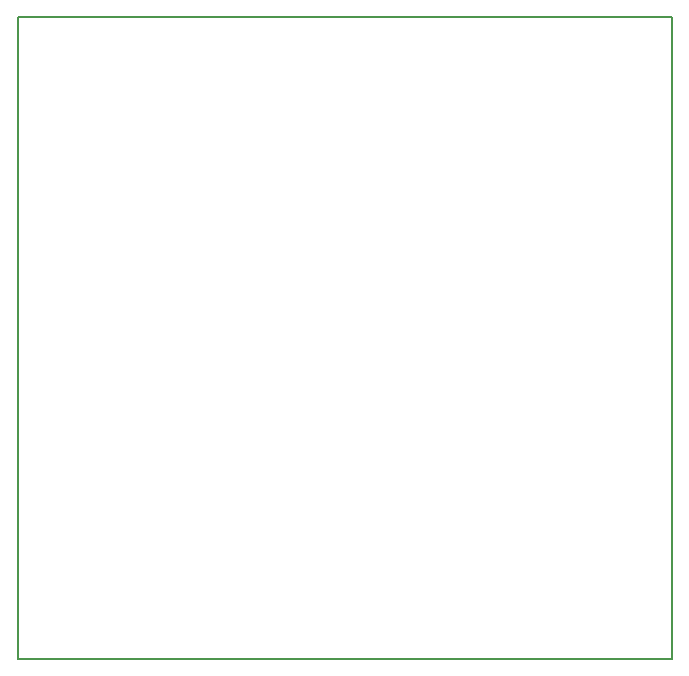
<source format=gbr>
%TF.GenerationSoftware,KiCad,Pcbnew,7.0.8*%
%TF.CreationDate,2023-11-11T12:56:24-08:00*%
%TF.ProjectId,LED Project,4c454420-5072-46f6-9a65-63742e6b6963,rev?*%
%TF.SameCoordinates,Original*%
%TF.FileFunction,Profile,NP*%
%FSLAX46Y46*%
G04 Gerber Fmt 4.6, Leading zero omitted, Abs format (unit mm)*
G04 Created by KiCad (PCBNEW 7.0.8) date 2023-11-11 12:56:24*
%MOMM*%
%LPD*%
G01*
G04 APERTURE LIST*
%TA.AperFunction,Profile*%
%ADD10C,0.200000*%
%TD*%
G04 APERTURE END LIST*
D10*
X149860000Y-84074000D02*
X205232000Y-84074000D01*
X205232000Y-138430000D01*
X149860000Y-138430000D01*
X149860000Y-84074000D01*
M02*

</source>
